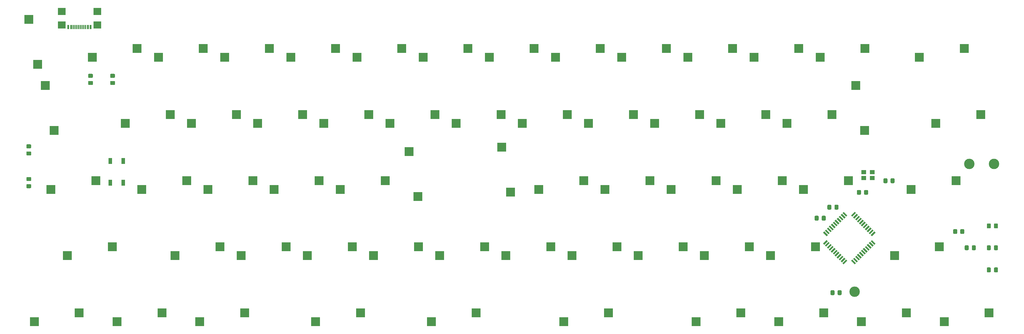
<source format=gbr>
G04 #@! TF.GenerationSoftware,KiCad,Pcbnew,(5.1.6)-1*
G04 #@! TF.CreationDate,2020-07-30T14:32:44-07:00*
G04 #@! TF.ProjectId,keyboard_test6,6b657962-6f61-4726-945f-74657374362e,rev?*
G04 #@! TF.SameCoordinates,Original*
G04 #@! TF.FileFunction,Paste,Bot*
G04 #@! TF.FilePolarity,Positive*
%FSLAX46Y46*%
G04 Gerber Fmt 4.6, Leading zero omitted, Abs format (unit mm)*
G04 Created by KiCad (PCBNEW (5.1.6)-1) date 2020-07-30 14:32:44*
%MOMM*%
%LPD*%
G01*
G04 APERTURE LIST*
%ADD10C,3.000000*%
%ADD11R,2.180000X2.000000*%
%ADD12R,0.300000X1.150000*%
%ADD13R,0.600000X1.150000*%
%ADD14R,2.550000X2.500000*%
%ADD15R,2.500000X2.550000*%
%ADD16R,1.000000X1.700000*%
%ADD17C,0.100000*%
%ADD18R,1.400000X1.200000*%
G04 APERTURE END LIST*
D10*
X426146000Y-183534000D03*
X419034000Y-183534000D03*
X386014000Y-220364000D03*
D11*
X167972000Y-139570000D03*
X157752000Y-139570000D03*
X167972000Y-143500000D03*
X157752000Y-143500000D03*
D12*
X163112000Y-144075000D03*
X162612000Y-144075000D03*
X163612000Y-144075000D03*
X162112000Y-144075000D03*
X164112000Y-144075000D03*
X161612000Y-144075000D03*
X164612000Y-144075000D03*
X161112000Y-144075000D03*
D13*
X166062000Y-144075000D03*
X165262000Y-144075000D03*
X160462000Y-144075000D03*
X159662000Y-144075000D03*
D14*
X159402000Y-209942000D03*
X172329000Y-207402000D03*
X404670000Y-152792000D03*
X417597000Y-150252000D03*
X402289000Y-190892000D03*
X415216000Y-188352000D03*
X397527000Y-209942000D03*
X410454000Y-207402000D03*
X230839000Y-228992000D03*
X243766000Y-226452000D03*
X315204000Y-226452000D03*
X302277000Y-228992000D03*
X411814000Y-228992000D03*
X424741000Y-226452000D03*
X154639000Y-190892000D03*
X167566000Y-188352000D03*
X409433000Y-171842000D03*
X422360000Y-169302000D03*
D15*
X148258000Y-141870000D03*
X150798000Y-154797000D03*
D14*
X166546000Y-152792000D03*
X179473000Y-150252000D03*
X185596000Y-152792000D03*
X198523000Y-150252000D03*
X204646000Y-152792000D03*
X217573000Y-150252000D03*
X223696000Y-152792000D03*
X236623000Y-150252000D03*
X242746000Y-152792000D03*
X255673000Y-150252000D03*
X261796000Y-152792000D03*
X274723000Y-150252000D03*
X280846000Y-152792000D03*
X293773000Y-150252000D03*
X299896000Y-152792000D03*
X312823000Y-150252000D03*
X318946000Y-152792000D03*
X331873000Y-150252000D03*
X337996000Y-152792000D03*
X350923000Y-150252000D03*
X357046000Y-152792000D03*
X369973000Y-150252000D03*
X376096000Y-152792000D03*
X389023000Y-150252000D03*
X176070000Y-171842000D03*
X188997000Y-169302000D03*
X195120000Y-171842000D03*
X208047000Y-169302000D03*
X214170000Y-171842000D03*
X227097000Y-169302000D03*
X233220000Y-171842000D03*
X246147000Y-169302000D03*
X252270000Y-171842000D03*
X265197000Y-169302000D03*
X271320000Y-171842000D03*
X284247000Y-169302000D03*
X290370000Y-171842000D03*
X303297000Y-169302000D03*
X309420000Y-171842000D03*
X322347000Y-169302000D03*
X328470000Y-171842000D03*
X341397000Y-169302000D03*
X347520000Y-171842000D03*
X360447000Y-169302000D03*
X366570000Y-171842000D03*
X379497000Y-169302000D03*
D15*
X386382000Y-160920000D03*
X388922000Y-173847000D03*
D14*
X180833000Y-190892000D03*
X193760000Y-188352000D03*
X199883000Y-190892000D03*
X212810000Y-188352000D03*
X218933000Y-190892000D03*
X231860000Y-188352000D03*
X237983000Y-190892000D03*
X250910000Y-188352000D03*
D15*
X257795000Y-179970000D03*
X260335000Y-192897000D03*
X287005000Y-191654000D03*
X284465000Y-178727000D03*
D14*
X295133000Y-190892000D03*
X308060000Y-188352000D03*
X314183000Y-190892000D03*
X327110000Y-188352000D03*
X333233000Y-190892000D03*
X346160000Y-188352000D03*
X352283000Y-190892000D03*
X365210000Y-188352000D03*
X371333000Y-190892000D03*
X384260000Y-188352000D03*
X190358000Y-209942000D03*
X203285000Y-207402000D03*
X209408000Y-209942000D03*
X222335000Y-207402000D03*
X228458000Y-209942000D03*
X241385000Y-207402000D03*
X247508000Y-209942000D03*
X260435000Y-207402000D03*
X266558000Y-209942000D03*
X279485000Y-207402000D03*
X285608000Y-209942000D03*
X298535000Y-207402000D03*
X304658000Y-209942000D03*
X317585000Y-207402000D03*
X323708000Y-209942000D03*
X336635000Y-207402000D03*
X342758000Y-209942000D03*
X355685000Y-207402000D03*
X374735000Y-207402000D03*
X361808000Y-209942000D03*
X186616000Y-226452000D03*
X173689000Y-228992000D03*
X210429000Y-226452000D03*
X197502000Y-228992000D03*
X264177000Y-228992000D03*
X277104000Y-226452000D03*
X340377000Y-228992000D03*
X353304000Y-226452000D03*
X364189000Y-228992000D03*
X377116000Y-226452000D03*
X388002000Y-228992000D03*
X400929000Y-226452000D03*
X162804000Y-226452000D03*
X149877000Y-228992000D03*
G36*
G01*
X389900000Y-191257999D02*
X389900000Y-192158001D01*
G75*
G02*
X389650001Y-192408000I-249999J0D01*
G01*
X388999999Y-192408000D01*
G75*
G02*
X388750000Y-192158001I0J249999D01*
G01*
X388750000Y-191257999D01*
G75*
G02*
X388999999Y-191008000I249999J0D01*
G01*
X389650001Y-191008000D01*
G75*
G02*
X389900000Y-191257999I0J-249999D01*
G01*
G37*
G36*
G01*
X387850000Y-191257999D02*
X387850000Y-192158001D01*
G75*
G02*
X387600001Y-192408000I-249999J0D01*
G01*
X386949999Y-192408000D01*
G75*
G02*
X386700000Y-192158001I0J249999D01*
G01*
X386700000Y-191257999D01*
G75*
G02*
X386949999Y-191008000I249999J0D01*
G01*
X387600001Y-191008000D01*
G75*
G02*
X387850000Y-191257999I0J-249999D01*
G01*
G37*
G36*
G01*
X394320000Y-188810001D02*
X394320000Y-187909999D01*
G75*
G02*
X394569999Y-187660000I249999J0D01*
G01*
X395220001Y-187660000D01*
G75*
G02*
X395470000Y-187909999I0J-249999D01*
G01*
X395470000Y-188810001D01*
G75*
G02*
X395220001Y-189060000I-249999J0D01*
G01*
X394569999Y-189060000D01*
G75*
G02*
X394320000Y-188810001I0J249999D01*
G01*
G37*
G36*
G01*
X396370000Y-188810001D02*
X396370000Y-187909999D01*
G75*
G02*
X396619999Y-187660000I249999J0D01*
G01*
X397270001Y-187660000D01*
G75*
G02*
X397520000Y-187909999I0J-249999D01*
G01*
X397520000Y-188810001D01*
G75*
G02*
X397270001Y-189060000I-249999J0D01*
G01*
X396619999Y-189060000D01*
G75*
G02*
X396370000Y-188810001I0J249999D01*
G01*
G37*
D16*
X171700000Y-182662000D03*
X171700000Y-188962000D03*
X175500000Y-182662000D03*
X175500000Y-188962000D03*
G36*
G01*
X374508000Y-199605001D02*
X374508000Y-198704999D01*
G75*
G02*
X374757999Y-198455000I249999J0D01*
G01*
X375408001Y-198455000D01*
G75*
G02*
X375658000Y-198704999I0J-249999D01*
G01*
X375658000Y-199605001D01*
G75*
G02*
X375408001Y-199855000I-249999J0D01*
G01*
X374757999Y-199855000D01*
G75*
G02*
X374508000Y-199605001I0J249999D01*
G01*
G37*
G36*
G01*
X376558000Y-199605001D02*
X376558000Y-198704999D01*
G75*
G02*
X376807999Y-198455000I249999J0D01*
G01*
X377458001Y-198455000D01*
G75*
G02*
X377708000Y-198704999I0J-249999D01*
G01*
X377708000Y-199605001D01*
G75*
G02*
X377458001Y-199855000I-249999J0D01*
G01*
X376807999Y-199855000D01*
G75*
G02*
X376558000Y-199605001I0J249999D01*
G01*
G37*
G36*
G01*
X414400000Y-203450001D02*
X414400000Y-202549999D01*
G75*
G02*
X414649999Y-202300000I249999J0D01*
G01*
X415300001Y-202300000D01*
G75*
G02*
X415550000Y-202549999I0J-249999D01*
G01*
X415550000Y-203450001D01*
G75*
G02*
X415300001Y-203700000I-249999J0D01*
G01*
X414649999Y-203700000D01*
G75*
G02*
X414400000Y-203450001I0J249999D01*
G01*
G37*
G36*
G01*
X416450000Y-203450001D02*
X416450000Y-202549999D01*
G75*
G02*
X416699999Y-202300000I249999J0D01*
G01*
X417350001Y-202300000D01*
G75*
G02*
X417600000Y-202549999I0J-249999D01*
G01*
X417600000Y-203450001D01*
G75*
G02*
X417350001Y-203700000I-249999J0D01*
G01*
X416699999Y-203700000D01*
G75*
G02*
X416450000Y-203450001I0J249999D01*
G01*
G37*
G36*
G01*
X417719000Y-208128001D02*
X417719000Y-207227999D01*
G75*
G02*
X417968999Y-206978000I249999J0D01*
G01*
X418619001Y-206978000D01*
G75*
G02*
X418869000Y-207227999I0J-249999D01*
G01*
X418869000Y-208128001D01*
G75*
G02*
X418619001Y-208378000I-249999J0D01*
G01*
X417968999Y-208378000D01*
G75*
G02*
X417719000Y-208128001I0J249999D01*
G01*
G37*
G36*
G01*
X419769000Y-208128001D02*
X419769000Y-207227999D01*
G75*
G02*
X420018999Y-206978000I249999J0D01*
G01*
X420669001Y-206978000D01*
G75*
G02*
X420919000Y-207227999I0J-249999D01*
G01*
X420919000Y-208128001D01*
G75*
G02*
X420669001Y-208378000I-249999J0D01*
G01*
X420018999Y-208378000D01*
G75*
G02*
X419769000Y-208128001I0J249999D01*
G01*
G37*
G36*
G01*
X424094000Y-214502001D02*
X424094000Y-213601999D01*
G75*
G02*
X424343999Y-213352000I249999J0D01*
G01*
X424994001Y-213352000D01*
G75*
G02*
X425244000Y-213601999I0J-249999D01*
G01*
X425244000Y-214502001D01*
G75*
G02*
X424994001Y-214752000I-249999J0D01*
G01*
X424343999Y-214752000D01*
G75*
G02*
X424094000Y-214502001I0J249999D01*
G01*
G37*
G36*
G01*
X426144000Y-214502001D02*
X426144000Y-213601999D01*
G75*
G02*
X426393999Y-213352000I249999J0D01*
G01*
X427044001Y-213352000D01*
G75*
G02*
X427294000Y-213601999I0J-249999D01*
G01*
X427294000Y-214502001D01*
G75*
G02*
X427044001Y-214752000I-249999J0D01*
G01*
X426393999Y-214752000D01*
G75*
G02*
X426144000Y-214502001I0J249999D01*
G01*
G37*
G36*
G01*
X424094000Y-208128001D02*
X424094000Y-207227999D01*
G75*
G02*
X424343999Y-206978000I249999J0D01*
G01*
X424994001Y-206978000D01*
G75*
G02*
X425244000Y-207227999I0J-249999D01*
G01*
X425244000Y-208128001D01*
G75*
G02*
X424994001Y-208378000I-249999J0D01*
G01*
X424343999Y-208378000D01*
G75*
G02*
X424094000Y-208128001I0J249999D01*
G01*
G37*
G36*
G01*
X426144000Y-208128001D02*
X426144000Y-207227999D01*
G75*
G02*
X426393999Y-206978000I249999J0D01*
G01*
X427044001Y-206978000D01*
G75*
G02*
X427294000Y-207227999I0J-249999D01*
G01*
X427294000Y-208128001D01*
G75*
G02*
X427044001Y-208378000I-249999J0D01*
G01*
X426393999Y-208378000D01*
G75*
G02*
X426144000Y-208128001I0J249999D01*
G01*
G37*
G36*
G01*
X424094000Y-201846001D02*
X424094000Y-200945999D01*
G75*
G02*
X424343999Y-200696000I249999J0D01*
G01*
X424994001Y-200696000D01*
G75*
G02*
X425244000Y-200945999I0J-249999D01*
G01*
X425244000Y-201846001D01*
G75*
G02*
X424994001Y-202096000I-249999J0D01*
G01*
X424343999Y-202096000D01*
G75*
G02*
X424094000Y-201846001I0J249999D01*
G01*
G37*
G36*
G01*
X426144000Y-201846001D02*
X426144000Y-200945999D01*
G75*
G02*
X426393999Y-200696000I249999J0D01*
G01*
X427044001Y-200696000D01*
G75*
G02*
X427294000Y-200945999I0J-249999D01*
G01*
X427294000Y-201846001D01*
G75*
G02*
X427044001Y-202096000I-249999J0D01*
G01*
X426393999Y-202096000D01*
G75*
G02*
X426144000Y-201846001I0J249999D01*
G01*
G37*
G36*
G01*
X381391000Y-195529999D02*
X381391000Y-196430001D01*
G75*
G02*
X381141001Y-196680000I-249999J0D01*
G01*
X380490999Y-196680000D01*
G75*
G02*
X380241000Y-196430001I0J249999D01*
G01*
X380241000Y-195529999D01*
G75*
G02*
X380490999Y-195280000I249999J0D01*
G01*
X381141001Y-195280000D01*
G75*
G02*
X381391000Y-195529999I0J-249999D01*
G01*
G37*
G36*
G01*
X379341000Y-195529999D02*
X379341000Y-196430001D01*
G75*
G02*
X379091001Y-196680000I-249999J0D01*
G01*
X378440999Y-196680000D01*
G75*
G02*
X378191000Y-196430001I0J249999D01*
G01*
X378191000Y-195529999D01*
G75*
G02*
X378440999Y-195280000I249999J0D01*
G01*
X379091001Y-195280000D01*
G75*
G02*
X379341000Y-195529999I0J-249999D01*
G01*
G37*
G36*
G01*
X381130000Y-221068001D02*
X381130000Y-220167999D01*
G75*
G02*
X381379999Y-219918000I249999J0D01*
G01*
X382030001Y-219918000D01*
G75*
G02*
X382280000Y-220167999I0J-249999D01*
G01*
X382280000Y-221068001D01*
G75*
G02*
X382030001Y-221318000I-249999J0D01*
G01*
X381379999Y-221318000D01*
G75*
G02*
X381130000Y-221068001I0J249999D01*
G01*
G37*
G36*
G01*
X379080000Y-221068001D02*
X379080000Y-220167999D01*
G75*
G02*
X379329999Y-219918000I249999J0D01*
G01*
X379980001Y-219918000D01*
G75*
G02*
X380230000Y-220167999I0J-249999D01*
G01*
X380230000Y-221068001D01*
G75*
G02*
X379980001Y-221318000I-249999J0D01*
G01*
X379329999Y-221318000D01*
G75*
G02*
X379080000Y-221068001I0J249999D01*
G01*
G37*
G36*
G01*
X171949999Y-157550000D02*
X172850001Y-157550000D01*
G75*
G02*
X173100000Y-157799999I0J-249999D01*
G01*
X173100000Y-158450001D01*
G75*
G02*
X172850001Y-158700000I-249999J0D01*
G01*
X171949999Y-158700000D01*
G75*
G02*
X171700000Y-158450001I0J249999D01*
G01*
X171700000Y-157799999D01*
G75*
G02*
X171949999Y-157550000I249999J0D01*
G01*
G37*
G36*
G01*
X171949999Y-159600000D02*
X172850001Y-159600000D01*
G75*
G02*
X173100000Y-159849999I0J-249999D01*
G01*
X173100000Y-160500001D01*
G75*
G02*
X172850001Y-160750000I-249999J0D01*
G01*
X171949999Y-160750000D01*
G75*
G02*
X171700000Y-160500001I0J249999D01*
G01*
X171700000Y-159849999D01*
G75*
G02*
X171949999Y-159600000I249999J0D01*
G01*
G37*
G36*
G01*
X165599999Y-159600000D02*
X166500001Y-159600000D01*
G75*
G02*
X166750000Y-159849999I0J-249999D01*
G01*
X166750000Y-160500001D01*
G75*
G02*
X166500001Y-160750000I-249999J0D01*
G01*
X165599999Y-160750000D01*
G75*
G02*
X165350000Y-160500001I0J249999D01*
G01*
X165350000Y-159849999D01*
G75*
G02*
X165599999Y-159600000I249999J0D01*
G01*
G37*
G36*
G01*
X165599999Y-157550000D02*
X166500001Y-157550000D01*
G75*
G02*
X166750000Y-157799999I0J-249999D01*
G01*
X166750000Y-158450001D01*
G75*
G02*
X166500001Y-158700000I-249999J0D01*
G01*
X165599999Y-158700000D01*
G75*
G02*
X165350000Y-158450001I0J249999D01*
G01*
X165350000Y-157799999D01*
G75*
G02*
X165599999Y-157550000I249999J0D01*
G01*
G37*
G36*
G01*
X148720001Y-181070000D02*
X147819999Y-181070000D01*
G75*
G02*
X147570000Y-180820001I0J249999D01*
G01*
X147570000Y-180169999D01*
G75*
G02*
X147819999Y-179920000I249999J0D01*
G01*
X148720001Y-179920000D01*
G75*
G02*
X148970000Y-180169999I0J-249999D01*
G01*
X148970000Y-180820001D01*
G75*
G02*
X148720001Y-181070000I-249999J0D01*
G01*
G37*
G36*
G01*
X148720001Y-179020000D02*
X147819999Y-179020000D01*
G75*
G02*
X147570000Y-178770001I0J249999D01*
G01*
X147570000Y-178119999D01*
G75*
G02*
X147819999Y-177870000I249999J0D01*
G01*
X148720001Y-177870000D01*
G75*
G02*
X148970000Y-178119999I0J-249999D01*
G01*
X148970000Y-178770001D01*
G75*
G02*
X148720001Y-179020000I-249999J0D01*
G01*
G37*
G36*
G01*
X147819999Y-189350000D02*
X148720001Y-189350000D01*
G75*
G02*
X148970000Y-189599999I0J-249999D01*
G01*
X148970000Y-190250001D01*
G75*
G02*
X148720001Y-190500000I-249999J0D01*
G01*
X147819999Y-190500000D01*
G75*
G02*
X147570000Y-190250001I0J249999D01*
G01*
X147570000Y-189599999D01*
G75*
G02*
X147819999Y-189350000I249999J0D01*
G01*
G37*
G36*
G01*
X147819999Y-187300000D02*
X148720001Y-187300000D01*
G75*
G02*
X148970000Y-187549999I0J-249999D01*
G01*
X148970000Y-188200001D01*
G75*
G02*
X148720001Y-188450000I-249999J0D01*
G01*
X147819999Y-188450000D01*
G75*
G02*
X147570000Y-188200001I0J249999D01*
G01*
X147570000Y-187549999D01*
G75*
G02*
X147819999Y-187300000I249999J0D01*
G01*
G37*
D17*
G36*
X378311584Y-205768025D02*
G01*
X377269874Y-206809735D01*
X376910664Y-206450525D01*
X377952374Y-205408815D01*
X378311584Y-205768025D01*
G37*
G36*
X378868360Y-206324801D02*
G01*
X377826650Y-207366511D01*
X377467440Y-207007301D01*
X378509150Y-205965591D01*
X378868360Y-206324801D01*
G37*
G36*
X379443096Y-206899538D02*
G01*
X378401386Y-207941248D01*
X378042176Y-207582038D01*
X379083886Y-206540328D01*
X379443096Y-206899538D01*
G37*
G36*
X379999872Y-207456313D02*
G01*
X378958162Y-208498023D01*
X378598952Y-208138813D01*
X379640662Y-207097103D01*
X379999872Y-207456313D01*
G37*
G36*
X380574608Y-208031050D02*
G01*
X379532898Y-209072760D01*
X379173688Y-208713550D01*
X380215398Y-207671840D01*
X380574608Y-208031050D01*
G37*
G36*
X381131384Y-208587826D02*
G01*
X380089674Y-209629536D01*
X379730464Y-209270326D01*
X380772174Y-208228616D01*
X381131384Y-208587826D01*
G37*
G36*
X381688160Y-209144602D02*
G01*
X380646450Y-210186312D01*
X380287240Y-209827102D01*
X381328950Y-208785392D01*
X381688160Y-209144602D01*
G37*
G36*
X382262897Y-209719338D02*
G01*
X381221187Y-210761048D01*
X380861977Y-210401838D01*
X381903687Y-209360128D01*
X382262897Y-209719338D01*
G37*
G36*
X382819672Y-210276114D02*
G01*
X381777962Y-211317824D01*
X381418752Y-210958614D01*
X382460462Y-209916904D01*
X382819672Y-210276114D01*
G37*
G36*
X383394409Y-210850850D02*
G01*
X382352699Y-211892560D01*
X381993489Y-211533350D01*
X383035199Y-210491640D01*
X383394409Y-210850850D01*
G37*
G36*
X383951185Y-211407626D02*
G01*
X382909475Y-212449336D01*
X382550265Y-212090126D01*
X383591975Y-211048416D01*
X383951185Y-211407626D01*
G37*
G36*
X386070525Y-212449336D02*
G01*
X385028815Y-211407626D01*
X385388025Y-211048416D01*
X386429735Y-212090126D01*
X386070525Y-212449336D01*
G37*
G36*
X386627301Y-211892560D02*
G01*
X385585591Y-210850850D01*
X385944801Y-210491640D01*
X386986511Y-211533350D01*
X386627301Y-211892560D01*
G37*
G36*
X387202038Y-211317824D02*
G01*
X386160328Y-210276114D01*
X386519538Y-209916904D01*
X387561248Y-210958614D01*
X387202038Y-211317824D01*
G37*
G36*
X387758813Y-210761048D02*
G01*
X386717103Y-209719338D01*
X387076313Y-209360128D01*
X388118023Y-210401838D01*
X387758813Y-210761048D01*
G37*
G36*
X388333550Y-210186312D02*
G01*
X387291840Y-209144602D01*
X387651050Y-208785392D01*
X388692760Y-209827102D01*
X388333550Y-210186312D01*
G37*
G36*
X388890326Y-209629536D02*
G01*
X387848616Y-208587826D01*
X388207826Y-208228616D01*
X389249536Y-209270326D01*
X388890326Y-209629536D01*
G37*
G36*
X389447102Y-209072760D02*
G01*
X388405392Y-208031050D01*
X388764602Y-207671840D01*
X389806312Y-208713550D01*
X389447102Y-209072760D01*
G37*
G36*
X390021838Y-208498023D02*
G01*
X388980128Y-207456313D01*
X389339338Y-207097103D01*
X390381048Y-208138813D01*
X390021838Y-208498023D01*
G37*
G36*
X390578614Y-207941248D02*
G01*
X389536904Y-206899538D01*
X389896114Y-206540328D01*
X390937824Y-207582038D01*
X390578614Y-207941248D01*
G37*
G36*
X391153350Y-207366511D02*
G01*
X390111640Y-206324801D01*
X390470850Y-205965591D01*
X391512560Y-207007301D01*
X391153350Y-207366511D01*
G37*
G36*
X391710126Y-206809735D02*
G01*
X390668416Y-205768025D01*
X391027626Y-205408815D01*
X392069336Y-206450525D01*
X391710126Y-206809735D01*
G37*
G36*
X392069336Y-203289475D02*
G01*
X391027626Y-204331185D01*
X390668416Y-203971975D01*
X391710126Y-202930265D01*
X392069336Y-203289475D01*
G37*
G36*
X391512560Y-202732699D02*
G01*
X390470850Y-203774409D01*
X390111640Y-203415199D01*
X391153350Y-202373489D01*
X391512560Y-202732699D01*
G37*
G36*
X390937824Y-202157962D02*
G01*
X389896114Y-203199672D01*
X389536904Y-202840462D01*
X390578614Y-201798752D01*
X390937824Y-202157962D01*
G37*
G36*
X390381048Y-201601187D02*
G01*
X389339338Y-202642897D01*
X388980128Y-202283687D01*
X390021838Y-201241977D01*
X390381048Y-201601187D01*
G37*
G36*
X389806312Y-201026450D02*
G01*
X388764602Y-202068160D01*
X388405392Y-201708950D01*
X389447102Y-200667240D01*
X389806312Y-201026450D01*
G37*
G36*
X389249536Y-200469674D02*
G01*
X388207826Y-201511384D01*
X387848616Y-201152174D01*
X388890326Y-200110464D01*
X389249536Y-200469674D01*
G37*
G36*
X388692760Y-199912898D02*
G01*
X387651050Y-200954608D01*
X387291840Y-200595398D01*
X388333550Y-199553688D01*
X388692760Y-199912898D01*
G37*
G36*
X388118023Y-199338162D02*
G01*
X387076313Y-200379872D01*
X386717103Y-200020662D01*
X387758813Y-198978952D01*
X388118023Y-199338162D01*
G37*
G36*
X387561248Y-198781386D02*
G01*
X386519538Y-199823096D01*
X386160328Y-199463886D01*
X387202038Y-198422176D01*
X387561248Y-198781386D01*
G37*
G36*
X386986511Y-198206650D02*
G01*
X385944801Y-199248360D01*
X385585591Y-198889150D01*
X386627301Y-197847440D01*
X386986511Y-198206650D01*
G37*
G36*
X386429735Y-197649874D02*
G01*
X385388025Y-198691584D01*
X385028815Y-198332374D01*
X386070525Y-197290664D01*
X386429735Y-197649874D01*
G37*
G36*
X383591975Y-198691584D02*
G01*
X382550265Y-197649874D01*
X382909475Y-197290664D01*
X383951185Y-198332374D01*
X383591975Y-198691584D01*
G37*
G36*
X383035199Y-199248360D02*
G01*
X381993489Y-198206650D01*
X382352699Y-197847440D01*
X383394409Y-198889150D01*
X383035199Y-199248360D01*
G37*
G36*
X382460462Y-199823096D02*
G01*
X381418752Y-198781386D01*
X381777962Y-198422176D01*
X382819672Y-199463886D01*
X382460462Y-199823096D01*
G37*
G36*
X381903687Y-200379872D02*
G01*
X380861977Y-199338162D01*
X381221187Y-198978952D01*
X382262897Y-200020662D01*
X381903687Y-200379872D01*
G37*
G36*
X381328950Y-200954608D02*
G01*
X380287240Y-199912898D01*
X380646450Y-199553688D01*
X381688160Y-200595398D01*
X381328950Y-200954608D01*
G37*
G36*
X380772174Y-201511384D02*
G01*
X379730464Y-200469674D01*
X380089674Y-200110464D01*
X381131384Y-201152174D01*
X380772174Y-201511384D01*
G37*
G36*
X380215398Y-202068160D02*
G01*
X379173688Y-201026450D01*
X379532898Y-200667240D01*
X380574608Y-201708950D01*
X380215398Y-202068160D01*
G37*
G36*
X379640662Y-202642897D02*
G01*
X378598952Y-201601187D01*
X378958162Y-201241977D01*
X379999872Y-202283687D01*
X379640662Y-202642897D01*
G37*
G36*
X379083886Y-203199672D02*
G01*
X378042176Y-202157962D01*
X378401386Y-201798752D01*
X379443096Y-202840462D01*
X379083886Y-203199672D01*
G37*
G36*
X378509150Y-203774409D02*
G01*
X377467440Y-202732699D01*
X377826650Y-202373489D01*
X378868360Y-203415199D01*
X378509150Y-203774409D01*
G37*
G36*
X377952374Y-204331185D02*
G01*
X376910664Y-203289475D01*
X377269874Y-202930265D01*
X378311584Y-203971975D01*
X377952374Y-204331185D01*
G37*
D18*
X391078000Y-185858000D03*
X388678000Y-185858000D03*
X391078000Y-187558000D03*
X388678000Y-187558000D03*
D15*
X155560000Y-173847000D03*
X153020000Y-160920000D03*
M02*

</source>
